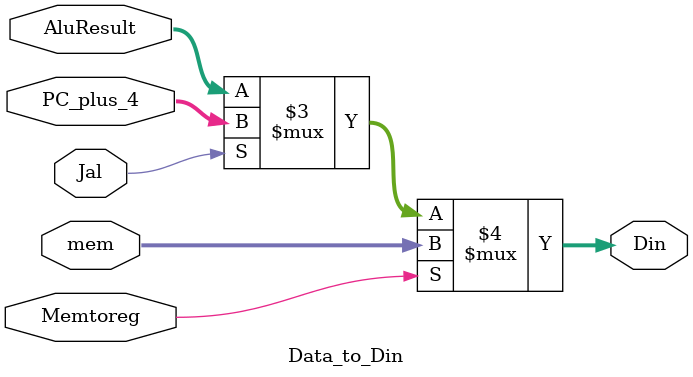
<source format=v>
`timescale 1ns / 1ps

module MIPS_CPU(clr, Go, clk, Leddata, Count_cycle, Count_branch, Count_jmp);
    input clr, clk, Go;
    output [31:0] Leddata;
    output [31:0]Count_cycle, Count_branch, Count_jmp;
    
    //control接出
    wire Memtoreg, Memwrite, Alu_src, Regwrite, Syscall, Signedext, Regdst, 
        Beq, Bne, Jr, Jmp, Jal, Shift,  Bgtz;
    wire [1:0]Mode;
    wire [3:0] ALU_OP;

    wire [31:0] instr;
    wire [5:0] OP, Func;

    //Regfile
    wire [4:0]R1_in, R2_in, W_in;
    wire [31:0]R1_out, R2_out, Din;
    wire [31:0] mem;

    //ALU 
    wire [31:0]X, Y;
    wire [4:0] shamt;
    wire [31:0] AluResult;
    wire Equal;
    wire [31:0]imm;

    //branch 
    wire Branch_out;
    
    //PC
    reg  [31:0]PC;
    wire [31:0] ext18, PC_next, PC_plus_4;
    wire [25:0] target;
    wire enable;

    //控制器
    assign OP = instr[31:26];
    assign Func = instr[5:0];
    control control1(OP, Func, ALU_OP, Memtoreg, Memwrite, Alu_src, Regwrite, Syscall, Signedext, Regdst, Beq, Bne, Jr, Jmp, 
        Jal, Shift,   Bgtz,  Mode);

    //Regfile
    assign R1_in = (Syscall == 1)?5'b00010 : instr[25:21];
    assign R2_in = (Syscall == 1)?5'b00100 : instr[20:16];
    assign W_in = (Regdst == 0)?((Jal == 0)?(instr[20:16]):(5'b11111)):((Jal == 0)?(instr[15:11]):(5'b00000)); // 5'b00000 stands for error
    RegFile regfile1 (R1_in, R2_in, W_in, Din, Regwrite, clk, R1_out, R2_out);
    Data_to_Din din1 ( mem, AluResult, PC_plus_4, Jal, Memtoreg, Din);

    //ALU 
    assign X = R1_out;
    assign Y = Alu_src ? imm : R2_out;
    ALU alu1 (X, Y, ALU_OP, shamt, AluResult, Equal);

    //shamt
    assign shamt = (Shift == 1) ? R1_out : instr [10:6];

    //branch 
    Branch branch1(Bne, Beq,  Bgtz,  Equal, R1_out , Branch_out);
    //PC
    assign target = instr[25:0];

    PC PCUnit(PC, ext18, target, Branch_out, Jmp, Jr, R1_out, PC_next, PC_plus_4);

    //PC enable
    assign enable = (R1_out == 32'h00000022) | ~Syscall | Go ;

        always @(posedge clr or posedge clk) begin
        if(clr == 1) begin
            PC = 0;
        end
        else if(enable == 1) begin
            PC = PC_next;
        end
    end

    //extern
    Extern extern1 (instr, Signedext, imm, ext18);

    Counter_circle counter_circle1(clk, clr, Branch_out, Jmp, Syscall, R1_out, Count_cycle, Count_branch, Count_jmp);

    ROM ROM1(PC[11:0], instr);

    RAM RAM1(AluResult[11:0], R2_out, Mode, Memwrite, clk, clr,  mem);

    //display
    LedData led(Syscall, R1_out, R2_out, clk, clr, Leddata);

endmodule

module Extern(instr, Signedext, imm, ext18);
    input [31:0]instr;
    input Signedext;
    output [31:0]imm, ext18;
    wire [15:0]high;
    assign high = instr[15]?16'hFFFF:16'h0;
    assign imm = (Signedext == 1)?{high, instr[15:0]}:{16'h0, instr[15:0]};
    assign ext18 = {high, instr[15:0]}<<2;
endmodule

module Data_to_Din(mem, AluResult, PC_plus_4, Jal, Memtoreg, Din);
    input [31:0] mem, AluResult, PC_plus_4;
    input Jal, Memtoreg;
    output [31:0] Din;
    assign Din = (Memtoreg == 1)?mem:
                (Jal == 1)?PC_plus_4:
                AluResult;

endmodule

</source>
